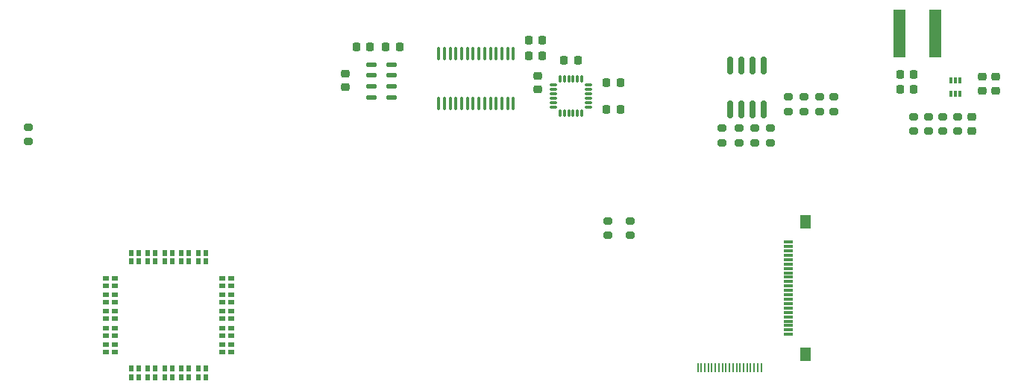
<source format=gbr>
%TF.GenerationSoftware,KiCad,Pcbnew,(6.0.0)*%
%TF.CreationDate,2022-11-29T13:13:35-05:00*%
%TF.ProjectId,motherboard_2022_2023,6d6f7468-6572-4626-9f61-72645f323032,rev?*%
%TF.SameCoordinates,Original*%
%TF.FileFunction,Paste,Top*%
%TF.FilePolarity,Positive*%
%FSLAX46Y46*%
G04 Gerber Fmt 4.6, Leading zero omitted, Abs format (unit mm)*
G04 Created by KiCad (PCBNEW (6.0.0)) date 2022-11-29 13:13:35*
%MOMM*%
%LPD*%
G01*
G04 APERTURE LIST*
G04 Aperture macros list*
%AMRoundRect*
0 Rectangle with rounded corners*
0 $1 Rounding radius*
0 $2 $3 $4 $5 $6 $7 $8 $9 X,Y pos of 4 corners*
0 Add a 4 corners polygon primitive as box body*
4,1,4,$2,$3,$4,$5,$6,$7,$8,$9,$2,$3,0*
0 Add four circle primitives for the rounded corners*
1,1,$1+$1,$2,$3*
1,1,$1+$1,$4,$5*
1,1,$1+$1,$6,$7*
1,1,$1+$1,$8,$9*
0 Add four rect primitives between the rounded corners*
20,1,$1+$1,$2,$3,$4,$5,0*
20,1,$1+$1,$4,$5,$6,$7,0*
20,1,$1+$1,$6,$7,$8,$9,0*
20,1,$1+$1,$8,$9,$2,$3,0*%
G04 Aperture macros list end*
%ADD10RoundRect,0.200000X0.275000X-0.200000X0.275000X0.200000X-0.275000X0.200000X-0.275000X-0.200000X0*%
%ADD11R,0.340000X0.700000*%
%ADD12RoundRect,0.225000X-0.225000X-0.250000X0.225000X-0.250000X0.225000X0.250000X-0.225000X0.250000X0*%
%ADD13RoundRect,0.200000X-0.275000X0.200000X-0.275000X-0.200000X0.275000X-0.200000X0.275000X0.200000X0*%
%ADD14RoundRect,0.100000X-0.100000X0.637500X-0.100000X-0.637500X0.100000X-0.637500X0.100000X0.637500X0*%
%ADD15RoundRect,0.225000X-0.250000X0.225000X-0.250000X-0.225000X0.250000X-0.225000X0.250000X0.225000X0*%
%ADD16R,1.000000X0.300000*%
%ADD17R,1.300000X1.650000*%
%ADD18RoundRect,0.225000X0.250000X-0.225000X0.250000X0.225000X-0.250000X0.225000X-0.250000X-0.225000X0*%
%ADD19R,0.580000X0.720000*%
%ADD20R,0.720000X0.580000*%
%ADD21RoundRect,0.225000X0.225000X0.250000X-0.225000X0.250000X-0.225000X-0.250000X0.225000X-0.250000X0*%
%ADD22RoundRect,0.125000X-0.475000X-0.125000X0.475000X-0.125000X0.475000X0.125000X-0.475000X0.125000X0*%
%ADD23RoundRect,0.075000X0.075000X-0.350000X0.075000X0.350000X-0.075000X0.350000X-0.075000X-0.350000X0*%
%ADD24RoundRect,0.075000X0.350000X0.075000X-0.350000X0.075000X-0.350000X-0.075000X0.350000X-0.075000X0*%
%ADD25R,0.230000X1.000000*%
%ADD26RoundRect,0.150000X0.150000X-0.825000X0.150000X0.825000X-0.150000X0.825000X-0.150000X-0.825000X0*%
%ADD27R,1.430000X5.500000*%
G04 APERTURE END LIST*
D10*
%TO.C,R2*%
X149757562Y-104977695D03*
X149757562Y-103327695D03*
%TD*%
D11*
%TO.C,U5*%
X187127562Y-87360695D03*
X186627562Y-87360695D03*
X186127562Y-87360695D03*
X186127562Y-88860695D03*
X186627562Y-88860695D03*
X187127562Y-88860695D03*
%TD*%
D10*
%TO.C,R12*%
X167664562Y-90880695D03*
X167664562Y-89230695D03*
%TD*%
D12*
%TO.C,C9*%
X147053000Y-87630000D03*
X148603000Y-87630000D03*
%TD*%
D13*
%TO.C,R7*%
X160171562Y-92786695D03*
X160171562Y-94436695D03*
%TD*%
D14*
%TO.C,U3*%
X136456562Y-84272195D03*
X135806562Y-84272195D03*
X135156562Y-84272195D03*
X134506562Y-84272195D03*
X133856562Y-84272195D03*
X133206562Y-84272195D03*
X132556562Y-84272195D03*
X131906562Y-84272195D03*
X131256562Y-84272195D03*
X130606562Y-84272195D03*
X129956562Y-84272195D03*
X129306562Y-84272195D03*
X128656562Y-84272195D03*
X128006562Y-84272195D03*
X128006562Y-89997195D03*
X128656562Y-89997195D03*
X129306562Y-89997195D03*
X129956562Y-89997195D03*
X130606562Y-89997195D03*
X131256562Y-89997195D03*
X131906562Y-89997195D03*
X132556562Y-89997195D03*
X133206562Y-89997195D03*
X133856562Y-89997195D03*
X134506562Y-89997195D03*
X135156562Y-89997195D03*
X135806562Y-89997195D03*
X136456562Y-89997195D03*
%TD*%
D13*
%TO.C,R6*%
X185230562Y-91476695D03*
X185230562Y-93126695D03*
%TD*%
D12*
%TO.C,C6*%
X142227000Y-85090000D03*
X143777000Y-85090000D03*
%TD*%
D15*
%TO.C,C2*%
X189675562Y-86954695D03*
X189675562Y-88504695D03*
%TD*%
D13*
%TO.C,R13*%
X81431562Y-92659695D03*
X81431562Y-94309695D03*
%TD*%
D16*
%TO.C,J13*%
X167720350Y-116248274D03*
X167720350Y-115748274D03*
X167720350Y-115248274D03*
X167720350Y-114748274D03*
X167720350Y-114248274D03*
X167720350Y-113748274D03*
X167720350Y-113248274D03*
X167720350Y-112748274D03*
X167720350Y-112248274D03*
X167720350Y-111748274D03*
X167720350Y-111248274D03*
X167720350Y-110748274D03*
X167720350Y-110248274D03*
X167720350Y-109748274D03*
X167720350Y-109248274D03*
X167720350Y-108748274D03*
X167720350Y-108248274D03*
X167720350Y-107748274D03*
X167720350Y-107248274D03*
X167720350Y-106748274D03*
X167720350Y-106248274D03*
X167720350Y-105748274D03*
D17*
X169620350Y-103473274D03*
X169620350Y-118523274D03*
%TD*%
D18*
%TO.C,C3*%
X188532562Y-93089695D03*
X188532562Y-91539695D03*
%TD*%
D15*
%TO.C,C1*%
X191199562Y-86967695D03*
X191199562Y-88517695D03*
%TD*%
D10*
%TO.C,R10*%
X171220562Y-90880695D03*
X171220562Y-89230695D03*
%TD*%
D12*
%TO.C,C10*%
X118657665Y-83566000D03*
X120207665Y-83566000D03*
%TD*%
D13*
%TO.C,R8*%
X163854562Y-92786695D03*
X163854562Y-94436695D03*
%TD*%
D10*
%TO.C,R3*%
X181928562Y-93126695D03*
X181928562Y-91476695D03*
%TD*%
D18*
%TO.C,C8*%
X139192000Y-88405000D03*
X139192000Y-86855000D03*
%TD*%
D10*
%TO.C,R14*%
X162076562Y-94436695D03*
X162076562Y-92786695D03*
%TD*%
D19*
%TO.C,U6*%
X97731562Y-106958695D03*
X98781562Y-120158695D03*
X95831562Y-107958695D03*
D20*
X103406562Y-109833695D03*
D19*
X94981562Y-107958695D03*
D20*
X103406562Y-114483695D03*
X90206562Y-110683695D03*
X91206562Y-118283695D03*
D19*
X94981562Y-120158695D03*
X101531562Y-107958695D03*
X93931562Y-120158695D03*
X95831562Y-121158695D03*
D20*
X104406562Y-116383695D03*
D19*
X93081562Y-121158695D03*
D20*
X90206562Y-111733695D03*
X103406562Y-110683695D03*
D19*
X97731562Y-120158695D03*
X93931562Y-107958695D03*
D20*
X91206562Y-114483695D03*
X104406562Y-112583695D03*
X90206562Y-109833695D03*
D19*
X93081562Y-120158695D03*
D20*
X104406562Y-111733695D03*
X91206562Y-111733695D03*
X90206562Y-113633695D03*
D19*
X93931562Y-106958695D03*
D20*
X103406562Y-116383695D03*
X90206562Y-117433695D03*
D19*
X101531562Y-121158695D03*
D20*
X91206562Y-112583695D03*
D19*
X98781562Y-121158695D03*
X94981562Y-106958695D03*
X96881562Y-106958695D03*
D20*
X90206562Y-118283695D03*
D19*
X99631562Y-120158695D03*
D20*
X90206562Y-114483695D03*
D19*
X99631562Y-121158695D03*
D20*
X103406562Y-115533695D03*
X104406562Y-113633695D03*
X104406562Y-109833695D03*
D19*
X100681562Y-121158695D03*
D20*
X103406562Y-117433695D03*
D19*
X93081562Y-106958695D03*
D20*
X90206562Y-115533695D03*
D19*
X99631562Y-106958695D03*
X96881562Y-121158695D03*
X97731562Y-107958695D03*
D20*
X103406562Y-111733695D03*
X91206562Y-116383695D03*
X103406562Y-113633695D03*
D19*
X93931562Y-121158695D03*
D20*
X104406562Y-115533695D03*
D19*
X95831562Y-120158695D03*
D20*
X104406562Y-110683695D03*
D19*
X97731562Y-121158695D03*
D20*
X91206562Y-110683695D03*
X90206562Y-116383695D03*
D19*
X101531562Y-106958695D03*
X94981562Y-121158695D03*
X95831562Y-106958695D03*
D20*
X104406562Y-117433695D03*
X91206562Y-117433695D03*
X90206562Y-112583695D03*
D19*
X99631562Y-107958695D03*
X98781562Y-107958695D03*
X100681562Y-106958695D03*
X101531562Y-120158695D03*
X98781562Y-106958695D03*
D20*
X91206562Y-115533695D03*
X103406562Y-118283695D03*
D19*
X96881562Y-120158695D03*
X96881562Y-107958695D03*
X100681562Y-107958695D03*
D20*
X91206562Y-109833695D03*
X103406562Y-112583695D03*
X104406562Y-118283695D03*
D19*
X100681562Y-120158695D03*
D20*
X91206562Y-113633695D03*
X104406562Y-114483695D03*
D19*
X93081562Y-107958695D03*
%TD*%
D13*
%TO.C,R4*%
X183579562Y-91476695D03*
X183579562Y-93126695D03*
%TD*%
D21*
%TO.C,C13*%
X139724562Y-82816695D03*
X138174562Y-82816695D03*
%TD*%
D13*
%TO.C,R9*%
X172871562Y-89230695D03*
X172871562Y-90880695D03*
%TD*%
D22*
%TO.C,U4*%
X120351465Y-85536400D03*
X120351465Y-86786400D03*
X120351465Y-88036400D03*
X120351465Y-89286400D03*
X122651465Y-89286400D03*
X122651465Y-88036400D03*
X122651465Y-86786400D03*
X122651465Y-85536400D03*
%TD*%
D23*
%TO.C,U7*%
X141752000Y-91104000D03*
X142252000Y-91104000D03*
X142752000Y-91104000D03*
X143252000Y-91104000D03*
X143752000Y-91104000D03*
X144252000Y-91104000D03*
D24*
X144952000Y-90404000D03*
X144952000Y-89904000D03*
X144952000Y-89404000D03*
X144952000Y-88904000D03*
X144952000Y-88404000D03*
X144952000Y-87904000D03*
D23*
X144252000Y-87204000D03*
X143752000Y-87204000D03*
X143252000Y-87204000D03*
X142752000Y-87204000D03*
X142252000Y-87204000D03*
X141752000Y-87204000D03*
D24*
X141052000Y-87904000D03*
X141052000Y-88404000D03*
X141052000Y-88904000D03*
X141052000Y-89404000D03*
X141052000Y-89904000D03*
X141052000Y-90404000D03*
%TD*%
D10*
%TO.C,R1*%
X147217562Y-104977695D03*
X147217562Y-103327695D03*
%TD*%
%TO.C,R15*%
X165632562Y-94436695D03*
X165632562Y-92786695D03*
%TD*%
%TO.C,R5*%
X186881562Y-93126695D03*
X186881562Y-91476695D03*
%TD*%
D25*
%TO.C,J14*%
X164597600Y-120025524D03*
X164197600Y-120025524D03*
X163797600Y-120025524D03*
X163397600Y-120025524D03*
X162997600Y-120025524D03*
X162597600Y-120025524D03*
X162197600Y-120025524D03*
X161797600Y-120025524D03*
X161397600Y-120025524D03*
X160997600Y-120025524D03*
X160597600Y-120025524D03*
X160197600Y-120025524D03*
X159797600Y-120025524D03*
X159397600Y-120025524D03*
X158997600Y-120025524D03*
X158597600Y-120025524D03*
X158197600Y-120025524D03*
X157797600Y-120025524D03*
X157397600Y-120025524D03*
%TD*%
D21*
%TO.C,C11*%
X123528065Y-83566000D03*
X121978065Y-83566000D03*
%TD*%
%TO.C,C7*%
X148603000Y-90678000D03*
X147053000Y-90678000D03*
%TD*%
D13*
%TO.C,R11*%
X169442562Y-89230695D03*
X169442562Y-90880695D03*
%TD*%
D26*
%TO.C,Q1*%
X161060562Y-90625695D03*
X162330562Y-90625695D03*
X163600562Y-90625695D03*
X164870562Y-90625695D03*
X164870562Y-85675695D03*
X163600562Y-85675695D03*
X162330562Y-85675695D03*
X161060562Y-85675695D03*
%TD*%
D12*
%TO.C,C4*%
X180378562Y-88364695D03*
X181928562Y-88364695D03*
%TD*%
D21*
%TO.C,C14*%
X139737562Y-84594695D03*
X138187562Y-84594695D03*
%TD*%
D15*
%TO.C,C12*%
X117419065Y-86601000D03*
X117419065Y-88151000D03*
%TD*%
D27*
%TO.C,L1*%
X184329562Y-82014695D03*
X180289562Y-82014695D03*
%TD*%
D12*
%TO.C,C5*%
X180391562Y-86713695D03*
X181941562Y-86713695D03*
%TD*%
M02*

</source>
